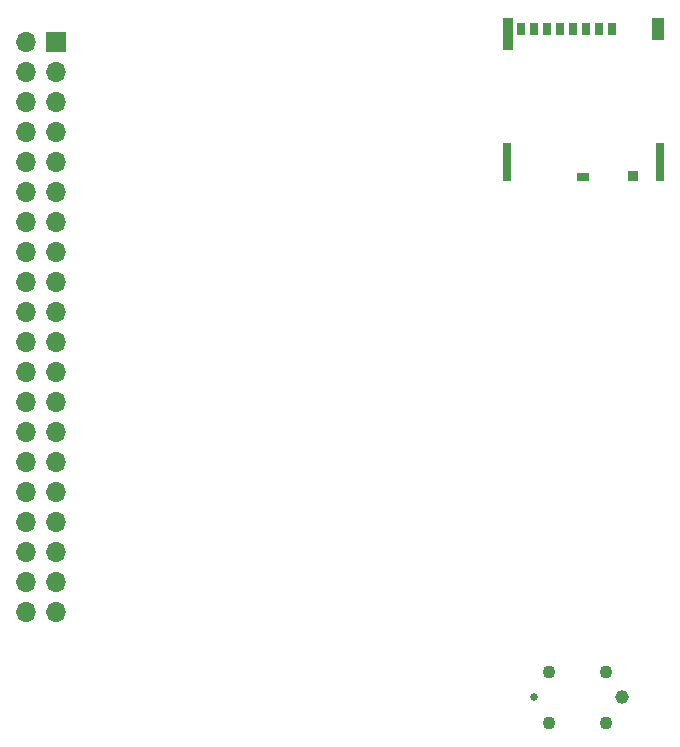
<source format=gbr>
%TF.GenerationSoftware,KiCad,Pcbnew,6.0.11-2627ca5db0~126~ubuntu22.04.1*%
%TF.CreationDate,2023-07-02T17:23:57-07:00*%
%TF.ProjectId,small-display,736d616c-6c2d-4646-9973-706c61792e6b,rev?*%
%TF.SameCoordinates,Original*%
%TF.FileFunction,Soldermask,Bot*%
%TF.FilePolarity,Negative*%
%FSLAX46Y46*%
G04 Gerber Fmt 4.6, Leading zero omitted, Abs format (unit mm)*
G04 Created by KiCad (PCBNEW 6.0.11-2627ca5db0~126~ubuntu22.04.1) date 2023-07-02 17:23:57*
%MOMM*%
%LPD*%
G01*
G04 APERTURE LIST*
%ADD10C,0.660000*%
%ADD11C,1.150000*%
%ADD12C,1.100000*%
%ADD13R,1.700000X1.700000*%
%ADD14O,1.700000X1.700000*%
%ADD15R,0.700000X1.100000*%
%ADD16R,0.900000X0.930000*%
%ADD17R,1.050000X0.780000*%
%ADD18R,0.860000X2.800000*%
%ADD19R,0.700000X3.330000*%
%ADD20R,1.140000X1.830000*%
G04 APERTURE END LIST*
D10*
%TO.C,J1*%
X16750000Y-59000000D03*
D11*
X24250000Y-59000000D03*
D12*
X18100000Y-56850000D03*
X22900000Y-56850000D03*
X22900000Y-61150000D03*
X18100000Y-61150000D03*
%TD*%
D13*
%TO.C,J3*%
X-23660000Y-3550000D03*
D14*
X-26200000Y-3550000D03*
X-23660000Y-6090000D03*
X-26200000Y-6090000D03*
X-23660000Y-8630000D03*
X-26200000Y-8630000D03*
X-23660000Y-11170000D03*
X-26200000Y-11170000D03*
X-23660000Y-13710000D03*
X-26200000Y-13710000D03*
X-23660000Y-16250000D03*
X-26200000Y-16250000D03*
X-23660000Y-18790000D03*
X-26200000Y-18790000D03*
X-23660000Y-21330000D03*
X-26200000Y-21330000D03*
X-23660000Y-23870000D03*
X-26200000Y-23870000D03*
X-23660000Y-26410000D03*
X-26200000Y-26410000D03*
X-23660000Y-28950000D03*
X-26200000Y-28950000D03*
X-23660000Y-31490000D03*
X-26200000Y-31490000D03*
X-23660000Y-34030000D03*
X-26200000Y-34030000D03*
X-23660000Y-36570000D03*
X-26200000Y-36570000D03*
X-23660000Y-39110000D03*
X-26200000Y-39110000D03*
X-23660000Y-41650000D03*
X-26200000Y-41650000D03*
X-23660000Y-44190000D03*
X-26200000Y-44190000D03*
X-23660000Y-46730000D03*
X-26200000Y-46730000D03*
X-23660000Y-49270000D03*
X-26200000Y-49270000D03*
X-23660000Y-51810000D03*
X-26200000Y-51810000D03*
%TD*%
D15*
%TO.C,J2*%
X23380000Y-2375000D03*
X22280000Y-2375000D03*
X21180000Y-2375000D03*
X20080000Y-2375000D03*
X18980000Y-2375000D03*
X17880000Y-2375000D03*
X16780000Y-2375000D03*
X15680000Y-2375000D03*
D16*
X25170000Y-14840000D03*
D17*
X20905000Y-14915000D03*
D18*
X14600000Y-2875000D03*
D19*
X14520000Y-13640000D03*
D20*
X27260000Y-2390000D03*
D19*
X27480000Y-13640000D03*
%TD*%
M02*

</source>
